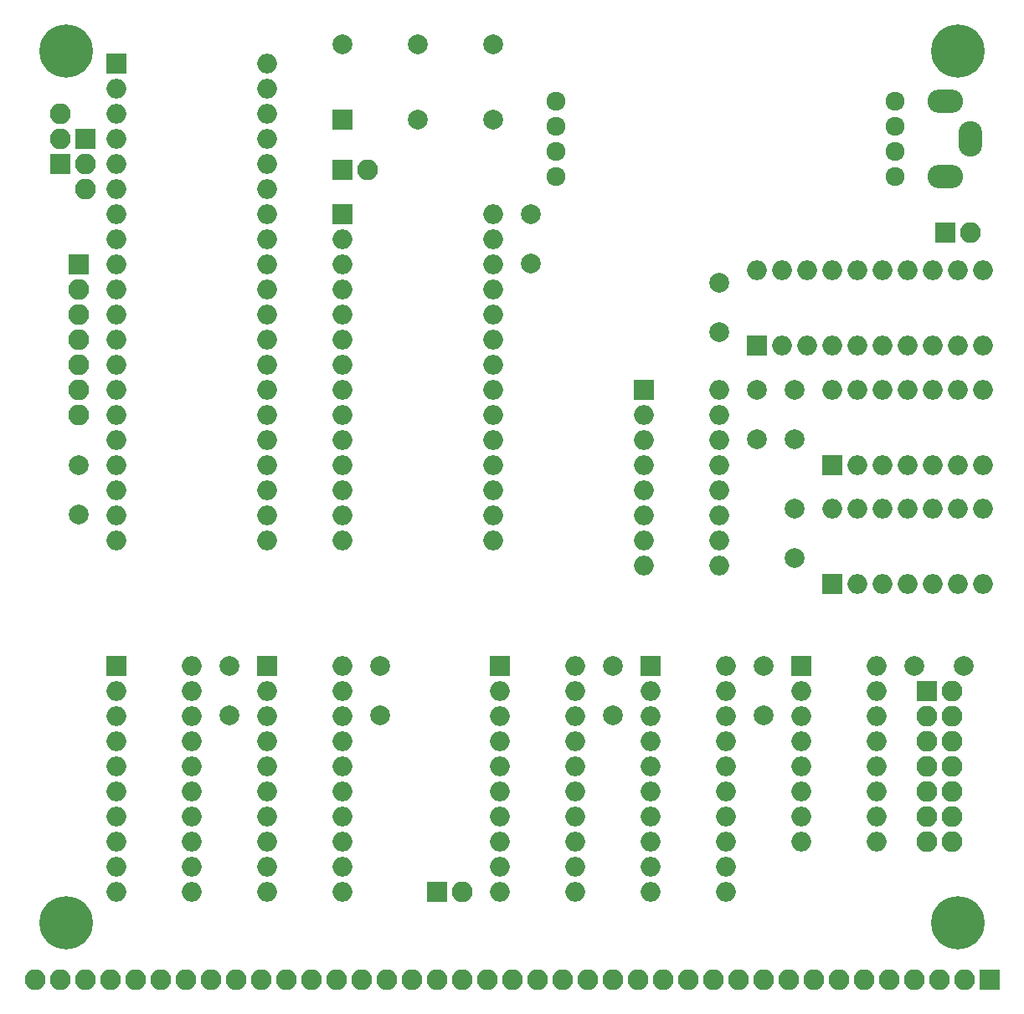
<source format=gbs>
G04 #@! TF.FileFunction,Soldermask,Bot*
%FSLAX46Y46*%
G04 Gerber Fmt 4.6, Leading zero omitted, Abs format (unit mm)*
G04 Created by KiCad (PCBNEW 4.0.7) date 02/20/19 13:27:08*
%MOMM*%
%LPD*%
G01*
G04 APERTURE LIST*
%ADD10C,0.100000*%
%ADD11C,2.000000*%
%ADD12R,2.100000X2.100000*%
%ADD13O,2.100000X2.100000*%
%ADD14C,5.400000*%
%ADD15O,3.597860X2.398980*%
%ADD16O,2.398980X3.597860*%
%ADD17R,2.000000X2.000000*%
%ADD18O,2.000000X2.000000*%
%ADD19C,1.924000*%
G04 APERTURE END LIST*
D10*
D11*
X58420000Y-90805000D03*
X58420000Y-95805000D03*
X104140000Y-65405000D03*
X104140000Y-70405000D03*
X127635000Y-111125000D03*
X127635000Y-116125000D03*
X112395000Y-111125000D03*
X112395000Y-116125000D03*
X88900000Y-111125000D03*
X88900000Y-116125000D03*
X73660000Y-111125000D03*
X73660000Y-116125000D03*
X142875000Y-111125000D03*
X147875000Y-111125000D03*
X130810000Y-95250000D03*
X130810000Y-100250000D03*
X127000000Y-83185000D03*
X127000000Y-88185000D03*
X130810000Y-83185000D03*
X130810000Y-88185000D03*
D12*
X150495000Y-142875000D03*
D13*
X147955000Y-142875000D03*
X145415000Y-142875000D03*
X142875000Y-142875000D03*
X140335000Y-142875000D03*
X137795000Y-142875000D03*
X135255000Y-142875000D03*
X132715000Y-142875000D03*
X130175000Y-142875000D03*
X127635000Y-142875000D03*
X125095000Y-142875000D03*
X122555000Y-142875000D03*
X120015000Y-142875000D03*
X117475000Y-142875000D03*
X114935000Y-142875000D03*
X112395000Y-142875000D03*
X109855000Y-142875000D03*
X107315000Y-142875000D03*
X104775000Y-142875000D03*
X102235000Y-142875000D03*
X99695000Y-142875000D03*
X97155000Y-142875000D03*
X94615000Y-142875000D03*
X92075000Y-142875000D03*
X89535000Y-142875000D03*
X86995000Y-142875000D03*
X84455000Y-142875000D03*
X81915000Y-142875000D03*
X79375000Y-142875000D03*
X76835000Y-142875000D03*
X74295000Y-142875000D03*
X71755000Y-142875000D03*
X69215000Y-142875000D03*
X66675000Y-142875000D03*
X64135000Y-142875000D03*
X61595000Y-142875000D03*
X59055000Y-142875000D03*
X56515000Y-142875000D03*
X53975000Y-142875000D03*
D14*
X57150000Y-48895000D03*
X57150000Y-137160000D03*
X147320000Y-137160000D03*
X147320000Y-48895000D03*
D15*
X146050000Y-53975000D03*
D16*
X148590000Y-57785000D03*
D15*
X146050000Y-61595000D03*
D12*
X146050000Y-67310000D03*
D13*
X148590000Y-67310000D03*
D12*
X94615000Y-133985000D03*
D13*
X97155000Y-133985000D03*
D17*
X62230000Y-50165000D03*
D18*
X77470000Y-98425000D03*
X62230000Y-52705000D03*
X77470000Y-95885000D03*
X62230000Y-55245000D03*
X77470000Y-93345000D03*
X62230000Y-57785000D03*
X77470000Y-90805000D03*
X62230000Y-60325000D03*
X77470000Y-88265000D03*
X62230000Y-62865000D03*
X77470000Y-85725000D03*
X62230000Y-65405000D03*
X77470000Y-83185000D03*
X62230000Y-67945000D03*
X77470000Y-80645000D03*
X62230000Y-70485000D03*
X77470000Y-78105000D03*
X62230000Y-73025000D03*
X77470000Y-75565000D03*
X62230000Y-75565000D03*
X77470000Y-73025000D03*
X62230000Y-78105000D03*
X77470000Y-70485000D03*
X62230000Y-80645000D03*
X77470000Y-67945000D03*
X62230000Y-83185000D03*
X77470000Y-65405000D03*
X62230000Y-85725000D03*
X77470000Y-62865000D03*
X62230000Y-88265000D03*
X77470000Y-60325000D03*
X62230000Y-90805000D03*
X77470000Y-57785000D03*
X62230000Y-93345000D03*
X77470000Y-55245000D03*
X62230000Y-95885000D03*
X77470000Y-52705000D03*
X62230000Y-98425000D03*
X77470000Y-50165000D03*
D17*
X85090000Y-65405000D03*
D18*
X100330000Y-98425000D03*
X85090000Y-67945000D03*
X100330000Y-95885000D03*
X85090000Y-70485000D03*
X100330000Y-93345000D03*
X85090000Y-73025000D03*
X100330000Y-90805000D03*
X85090000Y-75565000D03*
X100330000Y-88265000D03*
X85090000Y-78105000D03*
X100330000Y-85725000D03*
X85090000Y-80645000D03*
X100330000Y-83185000D03*
X85090000Y-83185000D03*
X100330000Y-80645000D03*
X85090000Y-85725000D03*
X100330000Y-78105000D03*
X85090000Y-88265000D03*
X100330000Y-75565000D03*
X85090000Y-90805000D03*
X100330000Y-73025000D03*
X85090000Y-93345000D03*
X100330000Y-70485000D03*
X85090000Y-95885000D03*
X100330000Y-67945000D03*
X85090000Y-98425000D03*
X100330000Y-65405000D03*
D17*
X131445000Y-111125000D03*
D18*
X139065000Y-128905000D03*
X131445000Y-113665000D03*
X139065000Y-126365000D03*
X131445000Y-116205000D03*
X139065000Y-123825000D03*
X131445000Y-118745000D03*
X139065000Y-121285000D03*
X131445000Y-121285000D03*
X139065000Y-118745000D03*
X131445000Y-123825000D03*
X139065000Y-116205000D03*
X131445000Y-126365000D03*
X139065000Y-113665000D03*
X131445000Y-128905000D03*
X139065000Y-111125000D03*
D12*
X58420000Y-70485000D03*
D13*
X58420000Y-73025000D03*
X58420000Y-75565000D03*
X58420000Y-78105000D03*
X58420000Y-80645000D03*
X58420000Y-83185000D03*
X58420000Y-85725000D03*
D11*
X123190000Y-72390000D03*
X123190000Y-77390000D03*
D17*
X134620000Y-102870000D03*
D18*
X149860000Y-95250000D03*
X137160000Y-102870000D03*
X147320000Y-95250000D03*
X139700000Y-102870000D03*
X144780000Y-95250000D03*
X142240000Y-102870000D03*
X142240000Y-95250000D03*
X144780000Y-102870000D03*
X139700000Y-95250000D03*
X147320000Y-102870000D03*
X137160000Y-95250000D03*
X149860000Y-102870000D03*
X134620000Y-95250000D03*
D17*
X115570000Y-83185000D03*
D18*
X123190000Y-100965000D03*
X115570000Y-85725000D03*
X123190000Y-98425000D03*
X115570000Y-88265000D03*
X123190000Y-95885000D03*
X115570000Y-90805000D03*
X123190000Y-93345000D03*
X115570000Y-93345000D03*
X123190000Y-90805000D03*
X115570000Y-95885000D03*
X123190000Y-88265000D03*
X115570000Y-98425000D03*
X123190000Y-85725000D03*
X115570000Y-100965000D03*
X123190000Y-83185000D03*
D11*
X92710000Y-55880000D03*
X92710000Y-48260000D03*
D17*
X85090000Y-55880000D03*
D11*
X85090000Y-48260000D03*
X100330000Y-48260000D03*
X100330000Y-55880000D03*
D19*
X106680000Y-53975000D03*
X106680000Y-56515000D03*
X106680000Y-59055000D03*
X106680000Y-61595000D03*
X140970000Y-53975000D03*
X140970000Y-56515000D03*
X140970000Y-59055000D03*
X140970000Y-61595000D03*
D12*
X144145000Y-113665000D03*
D13*
X146685000Y-113665000D03*
X144145000Y-116205000D03*
X146685000Y-116205000D03*
X144145000Y-118745000D03*
X146685000Y-118745000D03*
X144145000Y-121285000D03*
X146685000Y-121285000D03*
X144145000Y-123825000D03*
X146685000Y-123825000D03*
X144145000Y-126365000D03*
X146685000Y-126365000D03*
X144145000Y-128905000D03*
X146685000Y-128905000D03*
D17*
X116205000Y-111125000D03*
D18*
X123825000Y-133985000D03*
X116205000Y-113665000D03*
X123825000Y-131445000D03*
X116205000Y-116205000D03*
X123825000Y-128905000D03*
X116205000Y-118745000D03*
X123825000Y-126365000D03*
X116205000Y-121285000D03*
X123825000Y-123825000D03*
X116205000Y-123825000D03*
X123825000Y-121285000D03*
X116205000Y-126365000D03*
X123825000Y-118745000D03*
X116205000Y-128905000D03*
X123825000Y-116205000D03*
X116205000Y-131445000D03*
X123825000Y-113665000D03*
X116205000Y-133985000D03*
X123825000Y-111125000D03*
D17*
X100965000Y-111125000D03*
D18*
X108585000Y-133985000D03*
X100965000Y-113665000D03*
X108585000Y-131445000D03*
X100965000Y-116205000D03*
X108585000Y-128905000D03*
X100965000Y-118745000D03*
X108585000Y-126365000D03*
X100965000Y-121285000D03*
X108585000Y-123825000D03*
X100965000Y-123825000D03*
X108585000Y-121285000D03*
X100965000Y-126365000D03*
X108585000Y-118745000D03*
X100965000Y-128905000D03*
X108585000Y-116205000D03*
X100965000Y-131445000D03*
X108585000Y-113665000D03*
X100965000Y-133985000D03*
X108585000Y-111125000D03*
D17*
X77470000Y-111125000D03*
D18*
X85090000Y-133985000D03*
X77470000Y-113665000D03*
X85090000Y-131445000D03*
X77470000Y-116205000D03*
X85090000Y-128905000D03*
X77470000Y-118745000D03*
X85090000Y-126365000D03*
X77470000Y-121285000D03*
X85090000Y-123825000D03*
X77470000Y-123825000D03*
X85090000Y-121285000D03*
X77470000Y-126365000D03*
X85090000Y-118745000D03*
X77470000Y-128905000D03*
X85090000Y-116205000D03*
X77470000Y-131445000D03*
X85090000Y-113665000D03*
X77470000Y-133985000D03*
X85090000Y-111125000D03*
D17*
X62230000Y-111125000D03*
D18*
X69850000Y-133985000D03*
X62230000Y-113665000D03*
X69850000Y-131445000D03*
X62230000Y-116205000D03*
X69850000Y-128905000D03*
X62230000Y-118745000D03*
X69850000Y-126365000D03*
X62230000Y-121285000D03*
X69850000Y-123825000D03*
X62230000Y-123825000D03*
X69850000Y-121285000D03*
X62230000Y-126365000D03*
X69850000Y-118745000D03*
X62230000Y-128905000D03*
X69850000Y-116205000D03*
X62230000Y-131445000D03*
X69850000Y-113665000D03*
X62230000Y-133985000D03*
X69850000Y-111125000D03*
D12*
X85090000Y-60960000D03*
D13*
X87630000Y-60960000D03*
D12*
X59055000Y-57785000D03*
D13*
X59055000Y-60325000D03*
X59055000Y-62865000D03*
D12*
X56515000Y-60325000D03*
D13*
X56515000Y-57785000D03*
X56515000Y-55245000D03*
D17*
X134620000Y-90805000D03*
D18*
X149860000Y-83185000D03*
X137160000Y-90805000D03*
X147320000Y-83185000D03*
X139700000Y-90805000D03*
X144780000Y-83185000D03*
X142240000Y-90805000D03*
X142240000Y-83185000D03*
X144780000Y-90805000D03*
X139700000Y-83185000D03*
X147320000Y-90805000D03*
X137160000Y-83185000D03*
X149860000Y-90805000D03*
X134620000Y-83185000D03*
D17*
X127000000Y-78740000D03*
D18*
X149860000Y-71120000D03*
X129540000Y-78740000D03*
X147320000Y-71120000D03*
X132080000Y-78740000D03*
X144780000Y-71120000D03*
X134620000Y-78740000D03*
X142240000Y-71120000D03*
X137160000Y-78740000D03*
X139700000Y-71120000D03*
X139700000Y-78740000D03*
X137160000Y-71120000D03*
X142240000Y-78740000D03*
X134620000Y-71120000D03*
X144780000Y-78740000D03*
X132080000Y-71120000D03*
X147320000Y-78740000D03*
X129540000Y-71120000D03*
X149860000Y-78740000D03*
X127000000Y-71120000D03*
M02*

</source>
